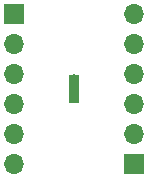
<source format=gbr>
G04 #@! TF.GenerationSoftware,KiCad,Pcbnew,(5.1.5-0-10_14)*
G04 #@! TF.CreationDate,2020-06-09T21:28:00-06:00*
G04 #@! TF.ProjectId,WSON-10,57534f4e-2d31-4302-9e6b-696361645f70,rev?*
G04 #@! TF.SameCoordinates,Original*
G04 #@! TF.FileFunction,Copper,L2,Bot*
G04 #@! TF.FilePolarity,Positive*
%FSLAX46Y46*%
G04 Gerber Fmt 4.6, Leading zero omitted, Abs format (unit mm)*
G04 Created by KiCad (PCBNEW (5.1.5-0-10_14)) date 2020-06-09 21:28:00*
%MOMM*%
%LPD*%
G04 APERTURE LIST*
%ADD10R,0.840000X2.400000*%
%ADD11C,0.500000*%
%ADD12O,1.700000X1.700000*%
%ADD13R,1.700000X1.700000*%
G04 APERTURE END LIST*
D10*
X67183000Y-58166000D03*
D11*
X67183000Y-58166000D03*
X67183000Y-57216000D03*
X67183000Y-59116000D03*
D12*
X72263000Y-51816000D03*
X72263000Y-54356000D03*
X72263000Y-56896000D03*
X72263000Y-59436000D03*
X72263000Y-61976000D03*
D13*
X72263000Y-64516000D03*
D12*
X62103000Y-64516000D03*
X62103000Y-61976000D03*
X62103000Y-59436000D03*
X62103000Y-56896000D03*
X62103000Y-54356000D03*
D13*
X62103000Y-51816000D03*
M02*

</source>
